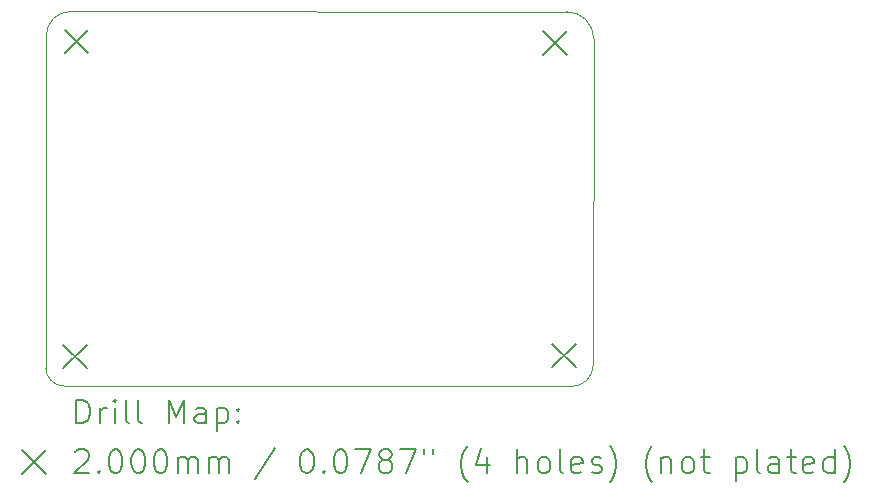
<source format=gbr>
%TF.GenerationSoftware,KiCad,Pcbnew,9.0.6*%
%TF.CreationDate,2025-12-29T02:06:04+05:30*%
%TF.ProjectId,DATA LOGGER,44415441-204c-44f4-9747-45522e6b6963,rev?*%
%TF.SameCoordinates,Original*%
%TF.FileFunction,Drillmap*%
%TF.FilePolarity,Positive*%
%FSLAX45Y45*%
G04 Gerber Fmt 4.5, Leading zero omitted, Abs format (unit mm)*
G04 Created by KiCad (PCBNEW 9.0.6) date 2025-12-29 02:06:04*
%MOMM*%
%LPD*%
G01*
G04 APERTURE LIST*
%ADD10C,0.050000*%
%ADD11C,0.200000*%
G04 APERTURE END LIST*
D10*
X9738300Y-8944200D02*
G75*
G02*
X9560500Y-9122000I-177800J0D01*
G01*
X9513550Y-5949700D02*
G75*
G02*
X9744150Y-6180300I0J-230600D01*
G01*
X5257800Y-9118600D02*
X9560500Y-9122000D01*
X5312450Y-5948300D02*
X9513550Y-5949700D01*
X5109250Y-6151500D02*
G75*
G02*
X5312450Y-5948300I203200J0D01*
G01*
X5105400Y-8966200D02*
X5109250Y-6151500D01*
X5257800Y-9118600D02*
G75*
G02*
X5105400Y-8966200I0J152400D01*
G01*
X9744150Y-6180300D02*
X9738300Y-8944200D01*
D11*
X5253000Y-8770000D02*
X5453000Y-8970000D01*
X5453000Y-8770000D02*
X5253000Y-8970000D01*
X5264000Y-6101000D02*
X5464000Y-6301000D01*
X5464000Y-6101000D02*
X5264000Y-6301000D01*
X9314350Y-6114300D02*
X9514350Y-6314300D01*
X9514350Y-6114300D02*
X9314350Y-6314300D01*
X9391000Y-8761000D02*
X9591000Y-8961000D01*
X9591000Y-8761000D02*
X9391000Y-8961000D01*
X5363677Y-9435984D02*
X5363677Y-9235984D01*
X5363677Y-9235984D02*
X5411296Y-9235984D01*
X5411296Y-9235984D02*
X5439867Y-9245508D01*
X5439867Y-9245508D02*
X5458915Y-9264555D01*
X5458915Y-9264555D02*
X5468439Y-9283603D01*
X5468439Y-9283603D02*
X5477963Y-9321698D01*
X5477963Y-9321698D02*
X5477963Y-9350270D01*
X5477963Y-9350270D02*
X5468439Y-9388365D01*
X5468439Y-9388365D02*
X5458915Y-9407412D01*
X5458915Y-9407412D02*
X5439867Y-9426460D01*
X5439867Y-9426460D02*
X5411296Y-9435984D01*
X5411296Y-9435984D02*
X5363677Y-9435984D01*
X5563677Y-9435984D02*
X5563677Y-9302650D01*
X5563677Y-9340746D02*
X5573201Y-9321698D01*
X5573201Y-9321698D02*
X5582724Y-9312174D01*
X5582724Y-9312174D02*
X5601772Y-9302650D01*
X5601772Y-9302650D02*
X5620820Y-9302650D01*
X5687486Y-9435984D02*
X5687486Y-9302650D01*
X5687486Y-9235984D02*
X5677962Y-9245508D01*
X5677962Y-9245508D02*
X5687486Y-9255031D01*
X5687486Y-9255031D02*
X5697010Y-9245508D01*
X5697010Y-9245508D02*
X5687486Y-9235984D01*
X5687486Y-9235984D02*
X5687486Y-9255031D01*
X5811296Y-9435984D02*
X5792248Y-9426460D01*
X5792248Y-9426460D02*
X5782724Y-9407412D01*
X5782724Y-9407412D02*
X5782724Y-9235984D01*
X5916058Y-9435984D02*
X5897010Y-9426460D01*
X5897010Y-9426460D02*
X5887486Y-9407412D01*
X5887486Y-9407412D02*
X5887486Y-9235984D01*
X6144629Y-9435984D02*
X6144629Y-9235984D01*
X6144629Y-9235984D02*
X6211296Y-9378841D01*
X6211296Y-9378841D02*
X6277962Y-9235984D01*
X6277962Y-9235984D02*
X6277962Y-9435984D01*
X6458915Y-9435984D02*
X6458915Y-9331222D01*
X6458915Y-9331222D02*
X6449391Y-9312174D01*
X6449391Y-9312174D02*
X6430343Y-9302650D01*
X6430343Y-9302650D02*
X6392248Y-9302650D01*
X6392248Y-9302650D02*
X6373201Y-9312174D01*
X6458915Y-9426460D02*
X6439867Y-9435984D01*
X6439867Y-9435984D02*
X6392248Y-9435984D01*
X6392248Y-9435984D02*
X6373201Y-9426460D01*
X6373201Y-9426460D02*
X6363677Y-9407412D01*
X6363677Y-9407412D02*
X6363677Y-9388365D01*
X6363677Y-9388365D02*
X6373201Y-9369317D01*
X6373201Y-9369317D02*
X6392248Y-9359793D01*
X6392248Y-9359793D02*
X6439867Y-9359793D01*
X6439867Y-9359793D02*
X6458915Y-9350270D01*
X6554153Y-9302650D02*
X6554153Y-9502650D01*
X6554153Y-9312174D02*
X6573201Y-9302650D01*
X6573201Y-9302650D02*
X6611296Y-9302650D01*
X6611296Y-9302650D02*
X6630343Y-9312174D01*
X6630343Y-9312174D02*
X6639867Y-9321698D01*
X6639867Y-9321698D02*
X6649391Y-9340746D01*
X6649391Y-9340746D02*
X6649391Y-9397889D01*
X6649391Y-9397889D02*
X6639867Y-9416936D01*
X6639867Y-9416936D02*
X6630343Y-9426460D01*
X6630343Y-9426460D02*
X6611296Y-9435984D01*
X6611296Y-9435984D02*
X6573201Y-9435984D01*
X6573201Y-9435984D02*
X6554153Y-9426460D01*
X6735105Y-9416936D02*
X6744629Y-9426460D01*
X6744629Y-9426460D02*
X6735105Y-9435984D01*
X6735105Y-9435984D02*
X6725582Y-9426460D01*
X6725582Y-9426460D02*
X6735105Y-9416936D01*
X6735105Y-9416936D02*
X6735105Y-9435984D01*
X6735105Y-9312174D02*
X6744629Y-9321698D01*
X6744629Y-9321698D02*
X6735105Y-9331222D01*
X6735105Y-9331222D02*
X6725582Y-9321698D01*
X6725582Y-9321698D02*
X6735105Y-9312174D01*
X6735105Y-9312174D02*
X6735105Y-9331222D01*
X4902900Y-9664500D02*
X5102900Y-9864500D01*
X5102900Y-9664500D02*
X4902900Y-9864500D01*
X5354153Y-9675031D02*
X5363677Y-9665508D01*
X5363677Y-9665508D02*
X5382724Y-9655984D01*
X5382724Y-9655984D02*
X5430344Y-9655984D01*
X5430344Y-9655984D02*
X5449391Y-9665508D01*
X5449391Y-9665508D02*
X5458915Y-9675031D01*
X5458915Y-9675031D02*
X5468439Y-9694079D01*
X5468439Y-9694079D02*
X5468439Y-9713127D01*
X5468439Y-9713127D02*
X5458915Y-9741698D01*
X5458915Y-9741698D02*
X5344629Y-9855984D01*
X5344629Y-9855984D02*
X5468439Y-9855984D01*
X5554153Y-9836936D02*
X5563677Y-9846460D01*
X5563677Y-9846460D02*
X5554153Y-9855984D01*
X5554153Y-9855984D02*
X5544629Y-9846460D01*
X5544629Y-9846460D02*
X5554153Y-9836936D01*
X5554153Y-9836936D02*
X5554153Y-9855984D01*
X5687486Y-9655984D02*
X5706534Y-9655984D01*
X5706534Y-9655984D02*
X5725582Y-9665508D01*
X5725582Y-9665508D02*
X5735105Y-9675031D01*
X5735105Y-9675031D02*
X5744629Y-9694079D01*
X5744629Y-9694079D02*
X5754153Y-9732174D01*
X5754153Y-9732174D02*
X5754153Y-9779793D01*
X5754153Y-9779793D02*
X5744629Y-9817889D01*
X5744629Y-9817889D02*
X5735105Y-9836936D01*
X5735105Y-9836936D02*
X5725582Y-9846460D01*
X5725582Y-9846460D02*
X5706534Y-9855984D01*
X5706534Y-9855984D02*
X5687486Y-9855984D01*
X5687486Y-9855984D02*
X5668439Y-9846460D01*
X5668439Y-9846460D02*
X5658915Y-9836936D01*
X5658915Y-9836936D02*
X5649391Y-9817889D01*
X5649391Y-9817889D02*
X5639867Y-9779793D01*
X5639867Y-9779793D02*
X5639867Y-9732174D01*
X5639867Y-9732174D02*
X5649391Y-9694079D01*
X5649391Y-9694079D02*
X5658915Y-9675031D01*
X5658915Y-9675031D02*
X5668439Y-9665508D01*
X5668439Y-9665508D02*
X5687486Y-9655984D01*
X5877962Y-9655984D02*
X5897010Y-9655984D01*
X5897010Y-9655984D02*
X5916058Y-9665508D01*
X5916058Y-9665508D02*
X5925582Y-9675031D01*
X5925582Y-9675031D02*
X5935105Y-9694079D01*
X5935105Y-9694079D02*
X5944629Y-9732174D01*
X5944629Y-9732174D02*
X5944629Y-9779793D01*
X5944629Y-9779793D02*
X5935105Y-9817889D01*
X5935105Y-9817889D02*
X5925582Y-9836936D01*
X5925582Y-9836936D02*
X5916058Y-9846460D01*
X5916058Y-9846460D02*
X5897010Y-9855984D01*
X5897010Y-9855984D02*
X5877962Y-9855984D01*
X5877962Y-9855984D02*
X5858915Y-9846460D01*
X5858915Y-9846460D02*
X5849391Y-9836936D01*
X5849391Y-9836936D02*
X5839867Y-9817889D01*
X5839867Y-9817889D02*
X5830343Y-9779793D01*
X5830343Y-9779793D02*
X5830343Y-9732174D01*
X5830343Y-9732174D02*
X5839867Y-9694079D01*
X5839867Y-9694079D02*
X5849391Y-9675031D01*
X5849391Y-9675031D02*
X5858915Y-9665508D01*
X5858915Y-9665508D02*
X5877962Y-9655984D01*
X6068439Y-9655984D02*
X6087486Y-9655984D01*
X6087486Y-9655984D02*
X6106534Y-9665508D01*
X6106534Y-9665508D02*
X6116058Y-9675031D01*
X6116058Y-9675031D02*
X6125582Y-9694079D01*
X6125582Y-9694079D02*
X6135105Y-9732174D01*
X6135105Y-9732174D02*
X6135105Y-9779793D01*
X6135105Y-9779793D02*
X6125582Y-9817889D01*
X6125582Y-9817889D02*
X6116058Y-9836936D01*
X6116058Y-9836936D02*
X6106534Y-9846460D01*
X6106534Y-9846460D02*
X6087486Y-9855984D01*
X6087486Y-9855984D02*
X6068439Y-9855984D01*
X6068439Y-9855984D02*
X6049391Y-9846460D01*
X6049391Y-9846460D02*
X6039867Y-9836936D01*
X6039867Y-9836936D02*
X6030343Y-9817889D01*
X6030343Y-9817889D02*
X6020820Y-9779793D01*
X6020820Y-9779793D02*
X6020820Y-9732174D01*
X6020820Y-9732174D02*
X6030343Y-9694079D01*
X6030343Y-9694079D02*
X6039867Y-9675031D01*
X6039867Y-9675031D02*
X6049391Y-9665508D01*
X6049391Y-9665508D02*
X6068439Y-9655984D01*
X6220820Y-9855984D02*
X6220820Y-9722650D01*
X6220820Y-9741698D02*
X6230343Y-9732174D01*
X6230343Y-9732174D02*
X6249391Y-9722650D01*
X6249391Y-9722650D02*
X6277963Y-9722650D01*
X6277963Y-9722650D02*
X6297010Y-9732174D01*
X6297010Y-9732174D02*
X6306534Y-9751222D01*
X6306534Y-9751222D02*
X6306534Y-9855984D01*
X6306534Y-9751222D02*
X6316058Y-9732174D01*
X6316058Y-9732174D02*
X6335105Y-9722650D01*
X6335105Y-9722650D02*
X6363677Y-9722650D01*
X6363677Y-9722650D02*
X6382724Y-9732174D01*
X6382724Y-9732174D02*
X6392248Y-9751222D01*
X6392248Y-9751222D02*
X6392248Y-9855984D01*
X6487486Y-9855984D02*
X6487486Y-9722650D01*
X6487486Y-9741698D02*
X6497010Y-9732174D01*
X6497010Y-9732174D02*
X6516058Y-9722650D01*
X6516058Y-9722650D02*
X6544629Y-9722650D01*
X6544629Y-9722650D02*
X6563677Y-9732174D01*
X6563677Y-9732174D02*
X6573201Y-9751222D01*
X6573201Y-9751222D02*
X6573201Y-9855984D01*
X6573201Y-9751222D02*
X6582724Y-9732174D01*
X6582724Y-9732174D02*
X6601772Y-9722650D01*
X6601772Y-9722650D02*
X6630343Y-9722650D01*
X6630343Y-9722650D02*
X6649391Y-9732174D01*
X6649391Y-9732174D02*
X6658915Y-9751222D01*
X6658915Y-9751222D02*
X6658915Y-9855984D01*
X7049391Y-9646460D02*
X6877963Y-9903603D01*
X7306534Y-9655984D02*
X7325582Y-9655984D01*
X7325582Y-9655984D02*
X7344629Y-9665508D01*
X7344629Y-9665508D02*
X7354153Y-9675031D01*
X7354153Y-9675031D02*
X7363677Y-9694079D01*
X7363677Y-9694079D02*
X7373201Y-9732174D01*
X7373201Y-9732174D02*
X7373201Y-9779793D01*
X7373201Y-9779793D02*
X7363677Y-9817889D01*
X7363677Y-9817889D02*
X7354153Y-9836936D01*
X7354153Y-9836936D02*
X7344629Y-9846460D01*
X7344629Y-9846460D02*
X7325582Y-9855984D01*
X7325582Y-9855984D02*
X7306534Y-9855984D01*
X7306534Y-9855984D02*
X7287486Y-9846460D01*
X7287486Y-9846460D02*
X7277963Y-9836936D01*
X7277963Y-9836936D02*
X7268439Y-9817889D01*
X7268439Y-9817889D02*
X7258915Y-9779793D01*
X7258915Y-9779793D02*
X7258915Y-9732174D01*
X7258915Y-9732174D02*
X7268439Y-9694079D01*
X7268439Y-9694079D02*
X7277963Y-9675031D01*
X7277963Y-9675031D02*
X7287486Y-9665508D01*
X7287486Y-9665508D02*
X7306534Y-9655984D01*
X7458915Y-9836936D02*
X7468439Y-9846460D01*
X7468439Y-9846460D02*
X7458915Y-9855984D01*
X7458915Y-9855984D02*
X7449391Y-9846460D01*
X7449391Y-9846460D02*
X7458915Y-9836936D01*
X7458915Y-9836936D02*
X7458915Y-9855984D01*
X7592248Y-9655984D02*
X7611296Y-9655984D01*
X7611296Y-9655984D02*
X7630344Y-9665508D01*
X7630344Y-9665508D02*
X7639867Y-9675031D01*
X7639867Y-9675031D02*
X7649391Y-9694079D01*
X7649391Y-9694079D02*
X7658915Y-9732174D01*
X7658915Y-9732174D02*
X7658915Y-9779793D01*
X7658915Y-9779793D02*
X7649391Y-9817889D01*
X7649391Y-9817889D02*
X7639867Y-9836936D01*
X7639867Y-9836936D02*
X7630344Y-9846460D01*
X7630344Y-9846460D02*
X7611296Y-9855984D01*
X7611296Y-9855984D02*
X7592248Y-9855984D01*
X7592248Y-9855984D02*
X7573201Y-9846460D01*
X7573201Y-9846460D02*
X7563677Y-9836936D01*
X7563677Y-9836936D02*
X7554153Y-9817889D01*
X7554153Y-9817889D02*
X7544629Y-9779793D01*
X7544629Y-9779793D02*
X7544629Y-9732174D01*
X7544629Y-9732174D02*
X7554153Y-9694079D01*
X7554153Y-9694079D02*
X7563677Y-9675031D01*
X7563677Y-9675031D02*
X7573201Y-9665508D01*
X7573201Y-9665508D02*
X7592248Y-9655984D01*
X7725582Y-9655984D02*
X7858915Y-9655984D01*
X7858915Y-9655984D02*
X7773201Y-9855984D01*
X7963677Y-9741698D02*
X7944629Y-9732174D01*
X7944629Y-9732174D02*
X7935106Y-9722650D01*
X7935106Y-9722650D02*
X7925582Y-9703603D01*
X7925582Y-9703603D02*
X7925582Y-9694079D01*
X7925582Y-9694079D02*
X7935106Y-9675031D01*
X7935106Y-9675031D02*
X7944629Y-9665508D01*
X7944629Y-9665508D02*
X7963677Y-9655984D01*
X7963677Y-9655984D02*
X8001772Y-9655984D01*
X8001772Y-9655984D02*
X8020820Y-9665508D01*
X8020820Y-9665508D02*
X8030344Y-9675031D01*
X8030344Y-9675031D02*
X8039867Y-9694079D01*
X8039867Y-9694079D02*
X8039867Y-9703603D01*
X8039867Y-9703603D02*
X8030344Y-9722650D01*
X8030344Y-9722650D02*
X8020820Y-9732174D01*
X8020820Y-9732174D02*
X8001772Y-9741698D01*
X8001772Y-9741698D02*
X7963677Y-9741698D01*
X7963677Y-9741698D02*
X7944629Y-9751222D01*
X7944629Y-9751222D02*
X7935106Y-9760746D01*
X7935106Y-9760746D02*
X7925582Y-9779793D01*
X7925582Y-9779793D02*
X7925582Y-9817889D01*
X7925582Y-9817889D02*
X7935106Y-9836936D01*
X7935106Y-9836936D02*
X7944629Y-9846460D01*
X7944629Y-9846460D02*
X7963677Y-9855984D01*
X7963677Y-9855984D02*
X8001772Y-9855984D01*
X8001772Y-9855984D02*
X8020820Y-9846460D01*
X8020820Y-9846460D02*
X8030344Y-9836936D01*
X8030344Y-9836936D02*
X8039867Y-9817889D01*
X8039867Y-9817889D02*
X8039867Y-9779793D01*
X8039867Y-9779793D02*
X8030344Y-9760746D01*
X8030344Y-9760746D02*
X8020820Y-9751222D01*
X8020820Y-9751222D02*
X8001772Y-9741698D01*
X8106534Y-9655984D02*
X8239867Y-9655984D01*
X8239867Y-9655984D02*
X8154153Y-9855984D01*
X8306534Y-9655984D02*
X8306534Y-9694079D01*
X8382725Y-9655984D02*
X8382725Y-9694079D01*
X8677963Y-9932174D02*
X8668439Y-9922650D01*
X8668439Y-9922650D02*
X8649391Y-9894079D01*
X8649391Y-9894079D02*
X8639868Y-9875031D01*
X8639868Y-9875031D02*
X8630344Y-9846460D01*
X8630344Y-9846460D02*
X8620820Y-9798841D01*
X8620820Y-9798841D02*
X8620820Y-9760746D01*
X8620820Y-9760746D02*
X8630344Y-9713127D01*
X8630344Y-9713127D02*
X8639868Y-9684555D01*
X8639868Y-9684555D02*
X8649391Y-9665508D01*
X8649391Y-9665508D02*
X8668439Y-9636936D01*
X8668439Y-9636936D02*
X8677963Y-9627412D01*
X8839868Y-9722650D02*
X8839868Y-9855984D01*
X8792249Y-9646460D02*
X8744630Y-9789317D01*
X8744630Y-9789317D02*
X8868439Y-9789317D01*
X9097011Y-9855984D02*
X9097011Y-9655984D01*
X9182725Y-9855984D02*
X9182725Y-9751222D01*
X9182725Y-9751222D02*
X9173201Y-9732174D01*
X9173201Y-9732174D02*
X9154153Y-9722650D01*
X9154153Y-9722650D02*
X9125582Y-9722650D01*
X9125582Y-9722650D02*
X9106534Y-9732174D01*
X9106534Y-9732174D02*
X9097011Y-9741698D01*
X9306534Y-9855984D02*
X9287487Y-9846460D01*
X9287487Y-9846460D02*
X9277963Y-9836936D01*
X9277963Y-9836936D02*
X9268439Y-9817889D01*
X9268439Y-9817889D02*
X9268439Y-9760746D01*
X9268439Y-9760746D02*
X9277963Y-9741698D01*
X9277963Y-9741698D02*
X9287487Y-9732174D01*
X9287487Y-9732174D02*
X9306534Y-9722650D01*
X9306534Y-9722650D02*
X9335106Y-9722650D01*
X9335106Y-9722650D02*
X9354153Y-9732174D01*
X9354153Y-9732174D02*
X9363677Y-9741698D01*
X9363677Y-9741698D02*
X9373201Y-9760746D01*
X9373201Y-9760746D02*
X9373201Y-9817889D01*
X9373201Y-9817889D02*
X9363677Y-9836936D01*
X9363677Y-9836936D02*
X9354153Y-9846460D01*
X9354153Y-9846460D02*
X9335106Y-9855984D01*
X9335106Y-9855984D02*
X9306534Y-9855984D01*
X9487487Y-9855984D02*
X9468439Y-9846460D01*
X9468439Y-9846460D02*
X9458915Y-9827412D01*
X9458915Y-9827412D02*
X9458915Y-9655984D01*
X9639868Y-9846460D02*
X9620820Y-9855984D01*
X9620820Y-9855984D02*
X9582725Y-9855984D01*
X9582725Y-9855984D02*
X9563677Y-9846460D01*
X9563677Y-9846460D02*
X9554153Y-9827412D01*
X9554153Y-9827412D02*
X9554153Y-9751222D01*
X9554153Y-9751222D02*
X9563677Y-9732174D01*
X9563677Y-9732174D02*
X9582725Y-9722650D01*
X9582725Y-9722650D02*
X9620820Y-9722650D01*
X9620820Y-9722650D02*
X9639868Y-9732174D01*
X9639868Y-9732174D02*
X9649392Y-9751222D01*
X9649392Y-9751222D02*
X9649392Y-9770270D01*
X9649392Y-9770270D02*
X9554153Y-9789317D01*
X9725582Y-9846460D02*
X9744630Y-9855984D01*
X9744630Y-9855984D02*
X9782725Y-9855984D01*
X9782725Y-9855984D02*
X9801773Y-9846460D01*
X9801773Y-9846460D02*
X9811296Y-9827412D01*
X9811296Y-9827412D02*
X9811296Y-9817889D01*
X9811296Y-9817889D02*
X9801773Y-9798841D01*
X9801773Y-9798841D02*
X9782725Y-9789317D01*
X9782725Y-9789317D02*
X9754153Y-9789317D01*
X9754153Y-9789317D02*
X9735106Y-9779793D01*
X9735106Y-9779793D02*
X9725582Y-9760746D01*
X9725582Y-9760746D02*
X9725582Y-9751222D01*
X9725582Y-9751222D02*
X9735106Y-9732174D01*
X9735106Y-9732174D02*
X9754153Y-9722650D01*
X9754153Y-9722650D02*
X9782725Y-9722650D01*
X9782725Y-9722650D02*
X9801773Y-9732174D01*
X9877963Y-9932174D02*
X9887487Y-9922650D01*
X9887487Y-9922650D02*
X9906534Y-9894079D01*
X9906534Y-9894079D02*
X9916058Y-9875031D01*
X9916058Y-9875031D02*
X9925582Y-9846460D01*
X9925582Y-9846460D02*
X9935106Y-9798841D01*
X9935106Y-9798841D02*
X9935106Y-9760746D01*
X9935106Y-9760746D02*
X9925582Y-9713127D01*
X9925582Y-9713127D02*
X9916058Y-9684555D01*
X9916058Y-9684555D02*
X9906534Y-9665508D01*
X9906534Y-9665508D02*
X9887487Y-9636936D01*
X9887487Y-9636936D02*
X9877963Y-9627412D01*
X10239868Y-9932174D02*
X10230344Y-9922650D01*
X10230344Y-9922650D02*
X10211296Y-9894079D01*
X10211296Y-9894079D02*
X10201773Y-9875031D01*
X10201773Y-9875031D02*
X10192249Y-9846460D01*
X10192249Y-9846460D02*
X10182725Y-9798841D01*
X10182725Y-9798841D02*
X10182725Y-9760746D01*
X10182725Y-9760746D02*
X10192249Y-9713127D01*
X10192249Y-9713127D02*
X10201773Y-9684555D01*
X10201773Y-9684555D02*
X10211296Y-9665508D01*
X10211296Y-9665508D02*
X10230344Y-9636936D01*
X10230344Y-9636936D02*
X10239868Y-9627412D01*
X10316058Y-9722650D02*
X10316058Y-9855984D01*
X10316058Y-9741698D02*
X10325582Y-9732174D01*
X10325582Y-9732174D02*
X10344630Y-9722650D01*
X10344630Y-9722650D02*
X10373201Y-9722650D01*
X10373201Y-9722650D02*
X10392249Y-9732174D01*
X10392249Y-9732174D02*
X10401773Y-9751222D01*
X10401773Y-9751222D02*
X10401773Y-9855984D01*
X10525582Y-9855984D02*
X10506534Y-9846460D01*
X10506534Y-9846460D02*
X10497011Y-9836936D01*
X10497011Y-9836936D02*
X10487487Y-9817889D01*
X10487487Y-9817889D02*
X10487487Y-9760746D01*
X10487487Y-9760746D02*
X10497011Y-9741698D01*
X10497011Y-9741698D02*
X10506534Y-9732174D01*
X10506534Y-9732174D02*
X10525582Y-9722650D01*
X10525582Y-9722650D02*
X10554154Y-9722650D01*
X10554154Y-9722650D02*
X10573201Y-9732174D01*
X10573201Y-9732174D02*
X10582725Y-9741698D01*
X10582725Y-9741698D02*
X10592249Y-9760746D01*
X10592249Y-9760746D02*
X10592249Y-9817889D01*
X10592249Y-9817889D02*
X10582725Y-9836936D01*
X10582725Y-9836936D02*
X10573201Y-9846460D01*
X10573201Y-9846460D02*
X10554154Y-9855984D01*
X10554154Y-9855984D02*
X10525582Y-9855984D01*
X10649392Y-9722650D02*
X10725582Y-9722650D01*
X10677963Y-9655984D02*
X10677963Y-9827412D01*
X10677963Y-9827412D02*
X10687487Y-9846460D01*
X10687487Y-9846460D02*
X10706534Y-9855984D01*
X10706534Y-9855984D02*
X10725582Y-9855984D01*
X10944630Y-9722650D02*
X10944630Y-9922650D01*
X10944630Y-9732174D02*
X10963677Y-9722650D01*
X10963677Y-9722650D02*
X11001773Y-9722650D01*
X11001773Y-9722650D02*
X11020820Y-9732174D01*
X11020820Y-9732174D02*
X11030344Y-9741698D01*
X11030344Y-9741698D02*
X11039868Y-9760746D01*
X11039868Y-9760746D02*
X11039868Y-9817889D01*
X11039868Y-9817889D02*
X11030344Y-9836936D01*
X11030344Y-9836936D02*
X11020820Y-9846460D01*
X11020820Y-9846460D02*
X11001773Y-9855984D01*
X11001773Y-9855984D02*
X10963677Y-9855984D01*
X10963677Y-9855984D02*
X10944630Y-9846460D01*
X11154154Y-9855984D02*
X11135106Y-9846460D01*
X11135106Y-9846460D02*
X11125582Y-9827412D01*
X11125582Y-9827412D02*
X11125582Y-9655984D01*
X11316058Y-9855984D02*
X11316058Y-9751222D01*
X11316058Y-9751222D02*
X11306534Y-9732174D01*
X11306534Y-9732174D02*
X11287487Y-9722650D01*
X11287487Y-9722650D02*
X11249392Y-9722650D01*
X11249392Y-9722650D02*
X11230344Y-9732174D01*
X11316058Y-9846460D02*
X11297011Y-9855984D01*
X11297011Y-9855984D02*
X11249392Y-9855984D01*
X11249392Y-9855984D02*
X11230344Y-9846460D01*
X11230344Y-9846460D02*
X11220820Y-9827412D01*
X11220820Y-9827412D02*
X11220820Y-9808365D01*
X11220820Y-9808365D02*
X11230344Y-9789317D01*
X11230344Y-9789317D02*
X11249392Y-9779793D01*
X11249392Y-9779793D02*
X11297011Y-9779793D01*
X11297011Y-9779793D02*
X11316058Y-9770270D01*
X11382725Y-9722650D02*
X11458915Y-9722650D01*
X11411296Y-9655984D02*
X11411296Y-9827412D01*
X11411296Y-9827412D02*
X11420820Y-9846460D01*
X11420820Y-9846460D02*
X11439868Y-9855984D01*
X11439868Y-9855984D02*
X11458915Y-9855984D01*
X11601773Y-9846460D02*
X11582725Y-9855984D01*
X11582725Y-9855984D02*
X11544630Y-9855984D01*
X11544630Y-9855984D02*
X11525582Y-9846460D01*
X11525582Y-9846460D02*
X11516058Y-9827412D01*
X11516058Y-9827412D02*
X11516058Y-9751222D01*
X11516058Y-9751222D02*
X11525582Y-9732174D01*
X11525582Y-9732174D02*
X11544630Y-9722650D01*
X11544630Y-9722650D02*
X11582725Y-9722650D01*
X11582725Y-9722650D02*
X11601773Y-9732174D01*
X11601773Y-9732174D02*
X11611296Y-9751222D01*
X11611296Y-9751222D02*
X11611296Y-9770270D01*
X11611296Y-9770270D02*
X11516058Y-9789317D01*
X11782725Y-9855984D02*
X11782725Y-9655984D01*
X11782725Y-9846460D02*
X11763677Y-9855984D01*
X11763677Y-9855984D02*
X11725582Y-9855984D01*
X11725582Y-9855984D02*
X11706534Y-9846460D01*
X11706534Y-9846460D02*
X11697011Y-9836936D01*
X11697011Y-9836936D02*
X11687487Y-9817889D01*
X11687487Y-9817889D02*
X11687487Y-9760746D01*
X11687487Y-9760746D02*
X11697011Y-9741698D01*
X11697011Y-9741698D02*
X11706534Y-9732174D01*
X11706534Y-9732174D02*
X11725582Y-9722650D01*
X11725582Y-9722650D02*
X11763677Y-9722650D01*
X11763677Y-9722650D02*
X11782725Y-9732174D01*
X11858915Y-9932174D02*
X11868439Y-9922650D01*
X11868439Y-9922650D02*
X11887487Y-9894079D01*
X11887487Y-9894079D02*
X11897011Y-9875031D01*
X11897011Y-9875031D02*
X11906534Y-9846460D01*
X11906534Y-9846460D02*
X11916058Y-9798841D01*
X11916058Y-9798841D02*
X11916058Y-9760746D01*
X11916058Y-9760746D02*
X11906534Y-9713127D01*
X11906534Y-9713127D02*
X11897011Y-9684555D01*
X11897011Y-9684555D02*
X11887487Y-9665508D01*
X11887487Y-9665508D02*
X11868439Y-9636936D01*
X11868439Y-9636936D02*
X11858915Y-9627412D01*
M02*

</source>
